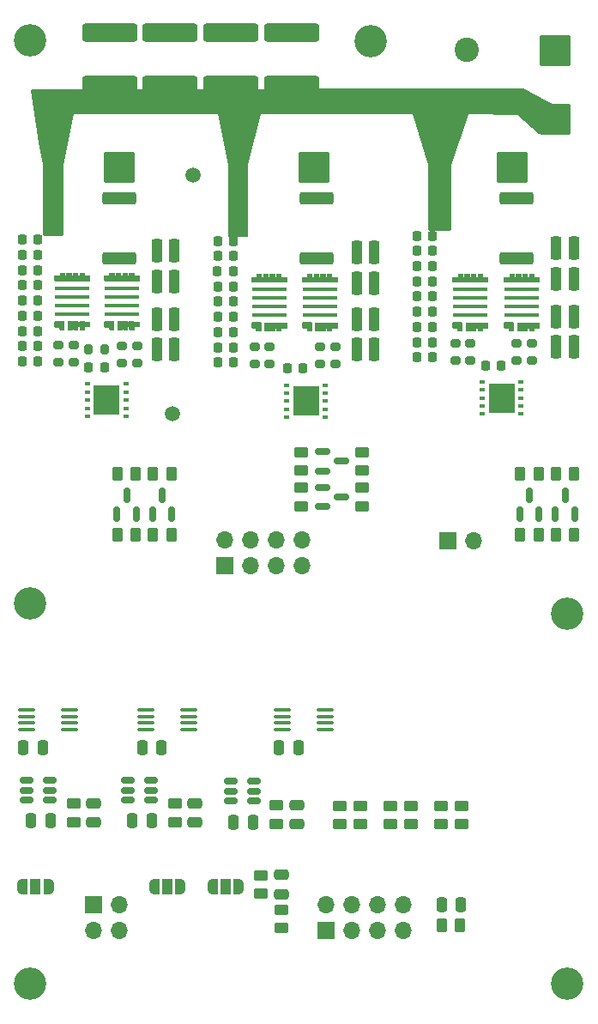
<source format=gts>
G04 #@! TF.GenerationSoftware,KiCad,Pcbnew,(6.0.7-1)-1*
G04 #@! TF.CreationDate,2023-01-06T15:11:33+01:00*
G04 #@! TF.ProjectId,ESC-power-epc,4553432d-706f-4776-9572-2d6570632e6b,rev?*
G04 #@! TF.SameCoordinates,Original*
G04 #@! TF.FileFunction,Soldermask,Top*
G04 #@! TF.FilePolarity,Negative*
%FSLAX46Y46*%
G04 Gerber Fmt 4.6, Leading zero omitted, Abs format (unit mm)*
G04 Created by KiCad (PCBNEW (6.0.7-1)-1) date 2023-01-06 15:11:33*
%MOMM*%
%LPD*%
G01*
G04 APERTURE LIST*
G04 Aperture macros list*
%AMRoundRect*
0 Rectangle with rounded corners*
0 $1 Rounding radius*
0 $2 $3 $4 $5 $6 $7 $8 $9 X,Y pos of 4 corners*
0 Add a 4 corners polygon primitive as box body*
4,1,4,$2,$3,$4,$5,$6,$7,$8,$9,$2,$3,0*
0 Add four circle primitives for the rounded corners*
1,1,$1+$1,$2,$3*
1,1,$1+$1,$4,$5*
1,1,$1+$1,$6,$7*
1,1,$1+$1,$8,$9*
0 Add four rect primitives between the rounded corners*
20,1,$1+$1,$2,$3,$4,$5,0*
20,1,$1+$1,$4,$5,$6,$7,0*
20,1,$1+$1,$6,$7,$8,$9,0*
20,1,$1+$1,$8,$9,$2,$3,0*%
%AMFreePoly0*
4,1,22,0.550000,-0.750000,0.000000,-0.750000,0.000000,-0.745033,-0.079941,-0.743568,-0.215256,-0.701293,-0.333266,-0.622738,-0.424486,-0.514219,-0.481581,-0.384460,-0.499164,-0.250000,-0.500000,-0.250000,-0.500000,0.250000,-0.499164,0.250000,-0.499963,0.256109,-0.478152,0.396186,-0.417904,0.524511,-0.324060,0.630769,-0.204165,0.706417,-0.067858,0.745374,0.000000,0.744959,0.000000,0.750000,
0.550000,0.750000,0.550000,-0.750000,0.550000,-0.750000,$1*%
%AMFreePoly1*
4,1,20,0.000000,0.744959,0.073905,0.744508,0.209726,0.703889,0.328688,0.626782,0.421226,0.519385,0.479903,0.390333,0.500000,0.250000,0.500000,-0.250000,0.499851,-0.262216,0.476331,-0.402017,0.414519,-0.529596,0.319384,-0.634700,0.198574,-0.708877,0.061801,-0.746166,0.000000,-0.745033,0.000000,-0.750000,-0.550000,-0.750000,-0.550000,0.750000,0.000000,0.750000,0.000000,0.744959,
0.000000,0.744959,$1*%
G04 Aperture macros list end*
%ADD10C,0.100000*%
%ADD11R,2.400000X2.400000*%
%ADD12C,2.400000*%
%ADD13C,1.500000*%
%ADD14RoundRect,0.250000X2.450000X-0.650000X2.450000X0.650000X-2.450000X0.650000X-2.450000X-0.650000X0*%
%ADD15RoundRect,0.250000X-0.262500X-0.450000X0.262500X-0.450000X0.262500X0.450000X-0.262500X0.450000X0*%
%ADD16RoundRect,0.150000X0.150000X-0.587500X0.150000X0.587500X-0.150000X0.587500X-0.150000X-0.587500X0*%
%ADD17RoundRect,0.150000X0.512500X0.150000X-0.512500X0.150000X-0.512500X-0.150000X0.512500X-0.150000X0*%
%ADD18RoundRect,0.249999X-1.300001X-1.300001X1.300001X-1.300001X1.300001X1.300001X-1.300001X1.300001X0*%
%ADD19RoundRect,0.225000X0.225000X0.250000X-0.225000X0.250000X-0.225000X-0.250000X0.225000X-0.250000X0*%
%ADD20RoundRect,0.200000X0.275000X-0.200000X0.275000X0.200000X-0.275000X0.200000X-0.275000X-0.200000X0*%
%ADD21C,3.200000*%
%ADD22RoundRect,0.250000X-0.450000X0.262500X-0.450000X-0.262500X0.450000X-0.262500X0.450000X0.262500X0*%
%ADD23FreePoly0,180.000000*%
%ADD24R,1.000000X1.500000*%
%ADD25FreePoly1,180.000000*%
%ADD26RoundRect,0.250000X0.262500X0.450000X-0.262500X0.450000X-0.262500X-0.450000X0.262500X-0.450000X0*%
%ADD27RoundRect,0.150000X-0.587500X-0.150000X0.587500X-0.150000X0.587500X0.150000X-0.587500X0.150000X0*%
%ADD28RoundRect,0.250000X-1.425000X0.362500X-1.425000X-0.362500X1.425000X-0.362500X1.425000X0.362500X0*%
%ADD29RoundRect,0.100000X-0.712500X-0.100000X0.712500X-0.100000X0.712500X0.100000X-0.712500X0.100000X0*%
%ADD30RoundRect,0.250000X0.250000X0.475000X-0.250000X0.475000X-0.250000X-0.475000X0.250000X-0.475000X0*%
%ADD31RoundRect,0.080000X0.407500X0.220000X-0.407500X0.220000X-0.407500X-0.220000X0.407500X-0.220000X0*%
%ADD32RoundRect,0.064000X0.176000X-0.386000X0.176000X0.386000X-0.176000X0.386000X-0.176000X-0.386000X0*%
%ADD33RoundRect,0.078667X1.030083X0.216333X-1.030083X0.216333X-1.030083X-0.216333X1.030083X-0.216333X0*%
%ADD34R,2.108200X0.482600*%
%ADD35R,3.403600X0.381000*%
%ADD36RoundRect,0.064000X0.176000X-0.371000X0.176000X0.371000X-0.176000X0.371000X-0.176000X-0.371000X0*%
%ADD37RoundRect,0.078667X1.675708X0.216333X-1.675708X0.216333X-1.675708X-0.216333X1.675708X-0.216333X0*%
%ADD38FreePoly0,0.000000*%
%ADD39FreePoly1,0.000000*%
%ADD40R,0.609600X0.304800*%
%ADD41R,2.590800X2.997200*%
%ADD42R,1.700000X1.700000*%
%ADD43O,1.700000X1.700000*%
%ADD44RoundRect,0.250000X0.475000X-0.250000X0.475000X0.250000X-0.475000X0.250000X-0.475000X-0.250000X0*%
%ADD45RoundRect,0.250000X0.450000X-0.262500X0.450000X0.262500X-0.450000X0.262500X-0.450000X-0.262500X0*%
%ADD46RoundRect,0.275000X-0.275000X-0.875000X0.275000X-0.875000X0.275000X0.875000X-0.275000X0.875000X0*%
%ADD47RoundRect,0.250000X-0.250000X-0.475000X0.250000X-0.475000X0.250000X0.475000X-0.250000X0.475000X0*%
%ADD48RoundRect,0.225000X-0.225000X-0.250000X0.225000X-0.250000X0.225000X0.250000X-0.225000X0.250000X0*%
%ADD49RoundRect,0.249999X1.300001X1.300001X-1.300001X1.300001X-1.300001X-1.300001X1.300001X-1.300001X0*%
%ADD50RoundRect,0.200000X0.200000X0.275000X-0.200000X0.275000X-0.200000X-0.275000X0.200000X-0.275000X0*%
G04 APERTURE END LIST*
G36*
X75071800Y-71712094D02*
G01*
X74531797Y-71712088D01*
X74531797Y-72016888D01*
X74150797Y-72016888D01*
X74150797Y-71712088D01*
X73881808Y-71712088D01*
X73881808Y-72016888D01*
X73500808Y-72016888D01*
X73500808Y-71712088D01*
X73352788Y-71712088D01*
X73352788Y-72016888D01*
X72971788Y-72016888D01*
X72963600Y-71229494D01*
X75071800Y-71229494D01*
X75071800Y-71712094D01*
G37*
D10*
X75071800Y-71712094D02*
X74531797Y-71712088D01*
X74531797Y-72016888D01*
X74150797Y-72016888D01*
X74150797Y-71712088D01*
X73881808Y-71712088D01*
X73881808Y-72016888D01*
X73500808Y-72016888D01*
X73500808Y-71712088D01*
X73352788Y-71712088D01*
X73352788Y-72016888D01*
X72971788Y-72016888D01*
X72963600Y-71229494D01*
X75071800Y-71229494D01*
X75071800Y-71712094D01*
G36*
X72531798Y-72016888D02*
G01*
X72150798Y-72016888D01*
X72150798Y-71712088D01*
X71668200Y-71712092D01*
X71668200Y-71229492D01*
X72531800Y-71229492D01*
X72531798Y-72016888D01*
G37*
X72531798Y-72016888D02*
X72150798Y-72016888D01*
X72150798Y-71712088D01*
X71668200Y-71712092D01*
X71668200Y-71229492D01*
X72531800Y-71229492D01*
X72531798Y-72016888D01*
G36*
X72581841Y-66737912D02*
G01*
X72850816Y-66737912D01*
X72850816Y-66433112D01*
X73231816Y-66433112D01*
X73231816Y-66737912D01*
X73500808Y-66737912D01*
X73500808Y-66433112D01*
X73881808Y-66433112D01*
X73881808Y-66737912D01*
X74150797Y-66737912D01*
X74150797Y-66433112D01*
X74531797Y-66433112D01*
X74531797Y-66737912D01*
X75071800Y-66737906D01*
X75071800Y-67207806D01*
X71668200Y-67207806D01*
X71668200Y-66737906D01*
X72200841Y-66737912D01*
X72200841Y-66433112D01*
X72581841Y-66433112D01*
X72581841Y-66737912D01*
G37*
X72581841Y-66737912D02*
X72850816Y-66737912D01*
X72850816Y-66433112D01*
X73231816Y-66433112D01*
X73231816Y-66737912D01*
X73500808Y-66737912D01*
X73500808Y-66433112D01*
X73881808Y-66433112D01*
X73881808Y-66737912D01*
X74150797Y-66737912D01*
X74150797Y-66433112D01*
X74531797Y-66433112D01*
X74531797Y-66737912D01*
X75071800Y-66737906D01*
X75071800Y-67207806D01*
X71668200Y-67207806D01*
X71668200Y-66737906D01*
X72200841Y-66737912D01*
X72200841Y-66433112D01*
X72581841Y-66433112D01*
X72581841Y-66737912D01*
G36*
X96961798Y-72116888D02*
G01*
X96580798Y-72116888D01*
X96580798Y-71812088D01*
X96098200Y-71812092D01*
X96098200Y-71329492D01*
X96961800Y-71329492D01*
X96961798Y-72116888D01*
G37*
X96961798Y-72116888D02*
X96580798Y-72116888D01*
X96580798Y-71812088D01*
X96098200Y-71812092D01*
X96098200Y-71329492D01*
X96961800Y-71329492D01*
X96961798Y-72116888D01*
G36*
X97011841Y-66837912D02*
G01*
X97280816Y-66837912D01*
X97280816Y-66533112D01*
X97661816Y-66533112D01*
X97661816Y-66837912D01*
X97930808Y-66837912D01*
X97930808Y-66533112D01*
X98311808Y-66533112D01*
X98311808Y-66837912D01*
X98580797Y-66837912D01*
X98580797Y-66533112D01*
X98961797Y-66533112D01*
X98961797Y-66837912D01*
X99501800Y-66837906D01*
X99501800Y-67307806D01*
X96098200Y-67307806D01*
X96098200Y-66837906D01*
X96630841Y-66837912D01*
X96630841Y-66533112D01*
X97011841Y-66533112D01*
X97011841Y-66837912D01*
G37*
X97011841Y-66837912D02*
X97280816Y-66837912D01*
X97280816Y-66533112D01*
X97661816Y-66533112D01*
X97661816Y-66837912D01*
X97930808Y-66837912D01*
X97930808Y-66533112D01*
X98311808Y-66533112D01*
X98311808Y-66837912D01*
X98580797Y-66837912D01*
X98580797Y-66533112D01*
X98961797Y-66533112D01*
X98961797Y-66837912D01*
X99501800Y-66837906D01*
X99501800Y-67307806D01*
X96098200Y-67307806D01*
X96098200Y-66837906D01*
X96630841Y-66837912D01*
X96630841Y-66533112D01*
X97011841Y-66533112D01*
X97011841Y-66837912D01*
G36*
X99501800Y-71812094D02*
G01*
X98961797Y-71812088D01*
X98961797Y-72116888D01*
X98580797Y-72116888D01*
X98580797Y-71812088D01*
X98311808Y-71812088D01*
X98311808Y-72116888D01*
X97930808Y-72116888D01*
X97930808Y-71812088D01*
X97782788Y-71812088D01*
X97782788Y-72116888D01*
X97401788Y-72116888D01*
X97393600Y-71329494D01*
X99501800Y-71329494D01*
X99501800Y-71812094D01*
G37*
X99501800Y-71812094D02*
X98961797Y-71812088D01*
X98961797Y-72116888D01*
X98580797Y-72116888D01*
X98580797Y-71812088D01*
X98311808Y-71812088D01*
X98311808Y-72116888D01*
X97930808Y-72116888D01*
X97930808Y-71812088D01*
X97782788Y-71812088D01*
X97782788Y-72116888D01*
X97401788Y-72116888D01*
X97393600Y-71329494D01*
X99501800Y-71329494D01*
X99501800Y-71812094D01*
G36*
X94501800Y-71812094D02*
G01*
X93961797Y-71812088D01*
X93961797Y-72116888D01*
X93580797Y-72116888D01*
X93580797Y-71812088D01*
X93311808Y-71812088D01*
X93311808Y-72116888D01*
X92930808Y-72116888D01*
X92930808Y-71812088D01*
X92782788Y-71812088D01*
X92782788Y-72116888D01*
X92401788Y-72116888D01*
X92393600Y-71329494D01*
X94501800Y-71329494D01*
X94501800Y-71812094D01*
G37*
X94501800Y-71812094D02*
X93961797Y-71812088D01*
X93961797Y-72116888D01*
X93580797Y-72116888D01*
X93580797Y-71812088D01*
X93311808Y-71812088D01*
X93311808Y-72116888D01*
X92930808Y-72116888D01*
X92930808Y-71812088D01*
X92782788Y-71812088D01*
X92782788Y-72116888D01*
X92401788Y-72116888D01*
X92393600Y-71329494D01*
X94501800Y-71329494D01*
X94501800Y-71812094D01*
G36*
X92011841Y-66837912D02*
G01*
X92280816Y-66837912D01*
X92280816Y-66533112D01*
X92661816Y-66533112D01*
X92661816Y-66837912D01*
X92930808Y-66837912D01*
X92930808Y-66533112D01*
X93311808Y-66533112D01*
X93311808Y-66837912D01*
X93580797Y-66837912D01*
X93580797Y-66533112D01*
X93961797Y-66533112D01*
X93961797Y-66837912D01*
X94501800Y-66837906D01*
X94501800Y-67307806D01*
X91098200Y-67307806D01*
X91098200Y-66837906D01*
X91630841Y-66837912D01*
X91630841Y-66533112D01*
X92011841Y-66533112D01*
X92011841Y-66837912D01*
G37*
X92011841Y-66837912D02*
X92280816Y-66837912D01*
X92280816Y-66533112D01*
X92661816Y-66533112D01*
X92661816Y-66837912D01*
X92930808Y-66837912D01*
X92930808Y-66533112D01*
X93311808Y-66533112D01*
X93311808Y-66837912D01*
X93580797Y-66837912D01*
X93580797Y-66533112D01*
X93961797Y-66533112D01*
X93961797Y-66837912D01*
X94501800Y-66837906D01*
X94501800Y-67307806D01*
X91098200Y-67307806D01*
X91098200Y-66837906D01*
X91630841Y-66837912D01*
X91630841Y-66533112D01*
X92011841Y-66533112D01*
X92011841Y-66837912D01*
G36*
X91961798Y-72116888D02*
G01*
X91580798Y-72116888D01*
X91580798Y-71812088D01*
X91098200Y-71812092D01*
X91098200Y-71329492D01*
X91961800Y-71329492D01*
X91961798Y-72116888D01*
G37*
X91961798Y-72116888D02*
X91580798Y-72116888D01*
X91580798Y-71812088D01*
X91098200Y-71812092D01*
X91098200Y-71329492D01*
X91961800Y-71329492D01*
X91961798Y-72116888D01*
G36*
X77481841Y-66737912D02*
G01*
X77750816Y-66737912D01*
X77750816Y-66433112D01*
X78131816Y-66433112D01*
X78131816Y-66737912D01*
X78400808Y-66737912D01*
X78400808Y-66433112D01*
X78781808Y-66433112D01*
X78781808Y-66737912D01*
X79050797Y-66737912D01*
X79050797Y-66433112D01*
X79431797Y-66433112D01*
X79431797Y-66737912D01*
X79971800Y-66737906D01*
X79971800Y-67207806D01*
X76568200Y-67207806D01*
X76568200Y-66737906D01*
X77100841Y-66737912D01*
X77100841Y-66433112D01*
X77481841Y-66433112D01*
X77481841Y-66737912D01*
G37*
X77481841Y-66737912D02*
X77750816Y-66737912D01*
X77750816Y-66433112D01*
X78131816Y-66433112D01*
X78131816Y-66737912D01*
X78400808Y-66737912D01*
X78400808Y-66433112D01*
X78781808Y-66433112D01*
X78781808Y-66737912D01*
X79050797Y-66737912D01*
X79050797Y-66433112D01*
X79431797Y-66433112D01*
X79431797Y-66737912D01*
X79971800Y-66737906D01*
X79971800Y-67207806D01*
X76568200Y-67207806D01*
X76568200Y-66737906D01*
X77100841Y-66737912D01*
X77100841Y-66433112D01*
X77481841Y-66433112D01*
X77481841Y-66737912D01*
G36*
X77431798Y-72016888D02*
G01*
X77050798Y-72016888D01*
X77050798Y-71712088D01*
X76568200Y-71712092D01*
X76568200Y-71229492D01*
X77431800Y-71229492D01*
X77431798Y-72016888D01*
G37*
X77431798Y-72016888D02*
X77050798Y-72016888D01*
X77050798Y-71712088D01*
X76568200Y-71712092D01*
X76568200Y-71229492D01*
X77431800Y-71229492D01*
X77431798Y-72016888D01*
G36*
X79971800Y-71712094D02*
G01*
X79431797Y-71712088D01*
X79431797Y-72016888D01*
X79050797Y-72016888D01*
X79050797Y-71712088D01*
X78781808Y-71712088D01*
X78781808Y-72016888D01*
X78400808Y-72016888D01*
X78400808Y-71712088D01*
X78252788Y-71712088D01*
X78252788Y-72016888D01*
X77871788Y-72016888D01*
X77863600Y-71229494D01*
X79971800Y-71229494D01*
X79971800Y-71712094D01*
G37*
X79971800Y-71712094D02*
X79431797Y-71712088D01*
X79431797Y-72016888D01*
X79050797Y-72016888D01*
X79050797Y-71712088D01*
X78781808Y-71712088D01*
X78781808Y-72016888D01*
X78400808Y-72016888D01*
X78400808Y-71712088D01*
X78252788Y-71712088D01*
X78252788Y-72016888D01*
X77871788Y-72016888D01*
X77863600Y-71229494D01*
X79971800Y-71229494D01*
X79971800Y-71712094D01*
G36*
X116961841Y-66837912D02*
G01*
X117230816Y-66837912D01*
X117230816Y-66533112D01*
X117611816Y-66533112D01*
X117611816Y-66837912D01*
X117880808Y-66837912D01*
X117880808Y-66533112D01*
X118261808Y-66533112D01*
X118261808Y-66837912D01*
X118530797Y-66837912D01*
X118530797Y-66533112D01*
X118911797Y-66533112D01*
X118911797Y-66837912D01*
X119451800Y-66837906D01*
X119451800Y-67307806D01*
X116048200Y-67307806D01*
X116048200Y-66837906D01*
X116580841Y-66837912D01*
X116580841Y-66533112D01*
X116961841Y-66533112D01*
X116961841Y-66837912D01*
G37*
X116961841Y-66837912D02*
X117230816Y-66837912D01*
X117230816Y-66533112D01*
X117611816Y-66533112D01*
X117611816Y-66837912D01*
X117880808Y-66837912D01*
X117880808Y-66533112D01*
X118261808Y-66533112D01*
X118261808Y-66837912D01*
X118530797Y-66837912D01*
X118530797Y-66533112D01*
X118911797Y-66533112D01*
X118911797Y-66837912D01*
X119451800Y-66837906D01*
X119451800Y-67307806D01*
X116048200Y-67307806D01*
X116048200Y-66837906D01*
X116580841Y-66837912D01*
X116580841Y-66533112D01*
X116961841Y-66533112D01*
X116961841Y-66837912D01*
G36*
X116911798Y-72116888D02*
G01*
X116530798Y-72116888D01*
X116530798Y-71812088D01*
X116048200Y-71812092D01*
X116048200Y-71329492D01*
X116911800Y-71329492D01*
X116911798Y-72116888D01*
G37*
X116911798Y-72116888D02*
X116530798Y-72116888D01*
X116530798Y-71812088D01*
X116048200Y-71812092D01*
X116048200Y-71329492D01*
X116911800Y-71329492D01*
X116911798Y-72116888D01*
G36*
X119451800Y-71812094D02*
G01*
X118911797Y-71812088D01*
X118911797Y-72116888D01*
X118530797Y-72116888D01*
X118530797Y-71812088D01*
X118261808Y-71812088D01*
X118261808Y-72116888D01*
X117880808Y-72116888D01*
X117880808Y-71812088D01*
X117732788Y-71812088D01*
X117732788Y-72116888D01*
X117351788Y-72116888D01*
X117343600Y-71329494D01*
X119451800Y-71329494D01*
X119451800Y-71812094D01*
G37*
X119451800Y-71812094D02*
X118911797Y-71812088D01*
X118911797Y-72116888D01*
X118530797Y-72116888D01*
X118530797Y-71812088D01*
X118261808Y-71812088D01*
X118261808Y-72116888D01*
X117880808Y-72116888D01*
X117880808Y-71812088D01*
X117732788Y-71812088D01*
X117732788Y-72116888D01*
X117351788Y-72116888D01*
X117343600Y-71329494D01*
X119451800Y-71329494D01*
X119451800Y-71812094D01*
G36*
X111881841Y-66837912D02*
G01*
X112150816Y-66837912D01*
X112150816Y-66533112D01*
X112531816Y-66533112D01*
X112531816Y-66837912D01*
X112800808Y-66837912D01*
X112800808Y-66533112D01*
X113181808Y-66533112D01*
X113181808Y-66837912D01*
X113450797Y-66837912D01*
X113450797Y-66533112D01*
X113831797Y-66533112D01*
X113831797Y-66837912D01*
X114371800Y-66837906D01*
X114371800Y-67307806D01*
X110968200Y-67307806D01*
X110968200Y-66837906D01*
X111500841Y-66837912D01*
X111500841Y-66533112D01*
X111881841Y-66533112D01*
X111881841Y-66837912D01*
G37*
X111881841Y-66837912D02*
X112150816Y-66837912D01*
X112150816Y-66533112D01*
X112531816Y-66533112D01*
X112531816Y-66837912D01*
X112800808Y-66837912D01*
X112800808Y-66533112D01*
X113181808Y-66533112D01*
X113181808Y-66837912D01*
X113450797Y-66837912D01*
X113450797Y-66533112D01*
X113831797Y-66533112D01*
X113831797Y-66837912D01*
X114371800Y-66837906D01*
X114371800Y-67307806D01*
X110968200Y-67307806D01*
X110968200Y-66837906D01*
X111500841Y-66837912D01*
X111500841Y-66533112D01*
X111881841Y-66533112D01*
X111881841Y-66837912D01*
G36*
X111831798Y-72116888D02*
G01*
X111450798Y-72116888D01*
X111450798Y-71812088D01*
X110968200Y-71812092D01*
X110968200Y-71329492D01*
X111831800Y-71329492D01*
X111831798Y-72116888D01*
G37*
X111831798Y-72116888D02*
X111450798Y-72116888D01*
X111450798Y-71812088D01*
X110968200Y-71812092D01*
X110968200Y-71329492D01*
X111831800Y-71329492D01*
X111831798Y-72116888D01*
G36*
X114371800Y-71812094D02*
G01*
X113831797Y-71812088D01*
X113831797Y-72116888D01*
X113450797Y-72116888D01*
X113450797Y-71812088D01*
X113181808Y-71812088D01*
X113181808Y-72116888D01*
X112800808Y-72116888D01*
X112800808Y-71812088D01*
X112652788Y-71812088D01*
X112652788Y-72116888D01*
X112271788Y-72116888D01*
X112263600Y-71329494D01*
X114371800Y-71329494D01*
X114371800Y-71812094D01*
G37*
X114371800Y-71812094D02*
X113831797Y-71812088D01*
X113831797Y-72116888D01*
X113450797Y-72116888D01*
X113450797Y-71812088D01*
X113181808Y-71812088D01*
X113181808Y-72116888D01*
X112800808Y-72116888D01*
X112800808Y-71812088D01*
X112652788Y-71812088D01*
X112652788Y-72116888D01*
X112271788Y-72116888D01*
X112263600Y-71329494D01*
X114371800Y-71329494D01*
X114371800Y-71812094D01*
D11*
X112300000Y-49373959D03*
D12*
X112300000Y-44373959D03*
D13*
X83300000Y-80300000D03*
X85300000Y-56800000D03*
D14*
X95050000Y-42750000D03*
X95050000Y-47850000D03*
X89050000Y-42750000D03*
X89050000Y-47850000D03*
X83050000Y-42750000D03*
X83050000Y-47850000D03*
X77050000Y-42750000D03*
X77050000Y-47850000D03*
D15*
X81337500Y-86250000D03*
X83162500Y-86250000D03*
D16*
X77800000Y-90187500D03*
X79700000Y-90187500D03*
X78750000Y-88312500D03*
D17*
X81137500Y-118400000D03*
X81137500Y-117450000D03*
X81137500Y-116500000D03*
X78862500Y-116500000D03*
X78862500Y-117450000D03*
X78862500Y-118400000D03*
D18*
X97250000Y-56000000D03*
D19*
X108945000Y-64250000D03*
X107395000Y-64250000D03*
D20*
X92850000Y-75374999D03*
X92850000Y-73724999D03*
D21*
X69250000Y-43500000D03*
D22*
X93500000Y-118925000D03*
X93500000Y-120750000D03*
D19*
X69995000Y-67650000D03*
X68445000Y-67650000D03*
D23*
X84050000Y-127000000D03*
D24*
X82750000Y-127000000D03*
D25*
X81450000Y-127000000D03*
D22*
X101775000Y-118987500D03*
X101775000Y-120812500D03*
D26*
X119412500Y-86250000D03*
X117587500Y-86250000D03*
D19*
X69995000Y-73650000D03*
X68445000Y-73650000D03*
D20*
X79770000Y-75274999D03*
X79770000Y-73624999D03*
D19*
X108945000Y-67250000D03*
X107395000Y-67250000D03*
X69995000Y-70650000D03*
X68445000Y-70650000D03*
D20*
X73520000Y-75225000D03*
X73520000Y-73575000D03*
D27*
X98062500Y-84050000D03*
X98062500Y-85950000D03*
X99937500Y-85000000D03*
D19*
X89275000Y-72250000D03*
X87725000Y-72250000D03*
D20*
X78270000Y-75274999D03*
X78270000Y-73624999D03*
D28*
X117250000Y-59037500D03*
X117250000Y-64962500D03*
D22*
X83500000Y-118787500D03*
X83500000Y-120612500D03*
D16*
X81300000Y-90187500D03*
X83200000Y-90187500D03*
X82250000Y-88312500D03*
D22*
X104775000Y-118987500D03*
X104775000Y-120812500D03*
D23*
X89800000Y-127000000D03*
D24*
X88500000Y-127000000D03*
D25*
X87200000Y-127000000D03*
D29*
X80637500Y-109525000D03*
X80637500Y-110175000D03*
X80637500Y-110825000D03*
X80637500Y-111475000D03*
X84862500Y-111475000D03*
X84862500Y-110825000D03*
X84862500Y-110175000D03*
X84862500Y-109525000D03*
D22*
X106775000Y-118987500D03*
X106775000Y-120812500D03*
D18*
X116750000Y-56000000D03*
D19*
X69995000Y-66150000D03*
X68445000Y-66150000D03*
D28*
X78000000Y-59037500D03*
X78000000Y-64962500D03*
D30*
X70450000Y-113250000D03*
X68550000Y-113250000D03*
D19*
X108945000Y-62750000D03*
X107395000Y-62750000D03*
D31*
X72097500Y-71475000D03*
D32*
X72340000Y-71625000D03*
X73160000Y-71625000D03*
X73690000Y-71625000D03*
D33*
X74018750Y-71470000D03*
D32*
X74340000Y-71625000D03*
D34*
X74017700Y-71470794D03*
D35*
X73370000Y-70500001D03*
X73370000Y-69650000D03*
X73370000Y-68800000D03*
X73370000Y-67949999D03*
D36*
X73040000Y-66815000D03*
X74340000Y-66820000D03*
D37*
X73374375Y-66965000D03*
D36*
X73690000Y-66815000D03*
X72390000Y-66815000D03*
D38*
X68450000Y-127000000D03*
D24*
X69750000Y-127000000D03*
D39*
X71050000Y-127000000D03*
D21*
X122250000Y-100000000D03*
D19*
X108945000Y-68750000D03*
X107395000Y-68750000D03*
D40*
X74865000Y-77375001D03*
X74865000Y-78175002D03*
X74865000Y-78975000D03*
X74865000Y-79775001D03*
X74865000Y-80574999D03*
X78675000Y-80574999D03*
X78675000Y-79774998D03*
X78675000Y-78975000D03*
X78675000Y-78174999D03*
X78675000Y-77375001D03*
D41*
X76770000Y-78975000D03*
D19*
X69995000Y-63150000D03*
X68445000Y-63150000D03*
D29*
X68887500Y-109525000D03*
X68887500Y-110175000D03*
X68887500Y-110825000D03*
X68887500Y-111475000D03*
X73112500Y-111475000D03*
X73112500Y-110825000D03*
X73112500Y-110175000D03*
X73112500Y-109525000D03*
D21*
X69250000Y-99000000D03*
D42*
X110425000Y-92800000D03*
D43*
X112965000Y-92800000D03*
D15*
X109837500Y-130750000D03*
X111662500Y-130750000D03*
D19*
X108945000Y-74750000D03*
X107395000Y-74750000D03*
D44*
X94000000Y-127700000D03*
X94000000Y-125800000D03*
D19*
X89275000Y-70750000D03*
X87725000Y-70750000D03*
D45*
X102000000Y-89412500D03*
X102000000Y-87587500D03*
D46*
X121150000Y-70700000D03*
X122850000Y-70700000D03*
D32*
X96770000Y-71725000D03*
D31*
X96527500Y-71575000D03*
D33*
X98448750Y-71570000D03*
D32*
X98120000Y-71725000D03*
X98770000Y-71725000D03*
X97590000Y-71725000D03*
D34*
X98447700Y-71570794D03*
D35*
X97800000Y-70600001D03*
X97800000Y-69750000D03*
X97800000Y-68900000D03*
X97800000Y-68049999D03*
D36*
X98770000Y-66920000D03*
D37*
X97804375Y-67065000D03*
D36*
X97470000Y-66915000D03*
X96820000Y-66915000D03*
X98120000Y-66915000D03*
D20*
X72020000Y-75225000D03*
X72020000Y-73575000D03*
D47*
X79300000Y-120450000D03*
X81200000Y-120450000D03*
D21*
X69250000Y-136500000D03*
D19*
X89275000Y-73750000D03*
X87725000Y-73750000D03*
D27*
X98062500Y-87550000D03*
X98062500Y-89450000D03*
X99937500Y-88500000D03*
D45*
X92000000Y-127662500D03*
X92000000Y-125837500D03*
D17*
X91275000Y-118487500D03*
X91275000Y-117537500D03*
X91275000Y-116587500D03*
X89000000Y-116587500D03*
X89000000Y-117537500D03*
X89000000Y-118487500D03*
D46*
X101450000Y-71000000D03*
X103150000Y-71000000D03*
D42*
X98450000Y-131275000D03*
D43*
X98450000Y-128735000D03*
X100990000Y-131275000D03*
X100990000Y-128735000D03*
X103530000Y-131275000D03*
X103530000Y-128735000D03*
X106070000Y-131275000D03*
X106070000Y-128735000D03*
D20*
X111170000Y-75049999D03*
X111170000Y-73399999D03*
D19*
X89275000Y-75250000D03*
X87725000Y-75250000D03*
D20*
X112670000Y-75049999D03*
X112670000Y-73399999D03*
D48*
X74995000Y-75699999D03*
X76545000Y-75699999D03*
D18*
X78000000Y-56000000D03*
D40*
X113845000Y-77150001D03*
X113845000Y-77950002D03*
X113845000Y-78750000D03*
X113845000Y-79550001D03*
X113845000Y-80349999D03*
X117655000Y-80349999D03*
X117655000Y-79549998D03*
X117655000Y-78750000D03*
X117655000Y-77949999D03*
X117655000Y-77150001D03*
D41*
X115750000Y-78750000D03*
D45*
X102000000Y-85912500D03*
X102000000Y-84087500D03*
D46*
X81770000Y-67250000D03*
X83470000Y-67250000D03*
D45*
X94000000Y-131062500D03*
X94000000Y-129237500D03*
D22*
X96000000Y-84087500D03*
X96000000Y-85912500D03*
D44*
X85500000Y-120650000D03*
X85500000Y-118750000D03*
D30*
X82200000Y-113250000D03*
X80300000Y-113250000D03*
D46*
X121150000Y-73700000D03*
X122850000Y-73700000D03*
D32*
X91770000Y-71725000D03*
D31*
X91527500Y-71575000D03*
D32*
X93120000Y-71725000D03*
D33*
X93448750Y-71570000D03*
D34*
X93447700Y-71570794D03*
D32*
X93770000Y-71725000D03*
X92590000Y-71725000D03*
D35*
X92800000Y-70600001D03*
X92800000Y-69750000D03*
X92800000Y-68900000D03*
X92800000Y-68049999D03*
D36*
X92470000Y-66915000D03*
X91820000Y-66915000D03*
X93770000Y-66920000D03*
D37*
X92804375Y-67065000D03*
D36*
X93120000Y-66915000D03*
D16*
X117550000Y-90187500D03*
X119450000Y-90187500D03*
X118500000Y-88312500D03*
D44*
X75500000Y-120650000D03*
X75500000Y-118750000D03*
D46*
X121150000Y-64000000D03*
X122850000Y-64000000D03*
D20*
X91350000Y-75374999D03*
X91350000Y-73724999D03*
D47*
X89300000Y-120587500D03*
X91200000Y-120587500D03*
D22*
X99775000Y-118987500D03*
X99775000Y-120812500D03*
D46*
X101450000Y-64400000D03*
X103150000Y-64400000D03*
D19*
X108945000Y-65750000D03*
X107395000Y-65750000D03*
X89250000Y-66250000D03*
X87700000Y-66250000D03*
D46*
X101450000Y-74000000D03*
X103150000Y-74000000D03*
D15*
X77837500Y-86250000D03*
X79662500Y-86250000D03*
D26*
X122912500Y-86250000D03*
X121087500Y-86250000D03*
D18*
X121050000Y-44500000D03*
D15*
X81337500Y-92250000D03*
X83162500Y-92250000D03*
D32*
X77240000Y-71625000D03*
D31*
X76997500Y-71475000D03*
D32*
X78060000Y-71625000D03*
D33*
X78918750Y-71470000D03*
D32*
X78590000Y-71625000D03*
X79240000Y-71625000D03*
D34*
X78917700Y-71470794D03*
D35*
X78270000Y-70500001D03*
X78270000Y-69650000D03*
X78270000Y-68800000D03*
X78270000Y-67949999D03*
D37*
X78274375Y-66965000D03*
D36*
X78590000Y-66815000D03*
X77940000Y-66815000D03*
X79240000Y-66820000D03*
X77290000Y-66815000D03*
D21*
X122250000Y-136500000D03*
D19*
X108945000Y-70250000D03*
X107395000Y-70250000D03*
D20*
X99350000Y-75374999D03*
X99350000Y-73724999D03*
D19*
X69995000Y-64650000D03*
X68445000Y-64650000D03*
D21*
X102800000Y-43550000D03*
D46*
X81770000Y-74000000D03*
X83470000Y-74000000D03*
D15*
X77837500Y-92250000D03*
X79662500Y-92250000D03*
D19*
X89275000Y-63250000D03*
X87725000Y-63250000D03*
D44*
X95500000Y-120787500D03*
X95500000Y-118887500D03*
D29*
X94137500Y-109525000D03*
X94137500Y-110175000D03*
X94137500Y-110825000D03*
X94137500Y-111475000D03*
X98362500Y-111475000D03*
X98362500Y-110825000D03*
X98362500Y-110175000D03*
X98362500Y-109525000D03*
D20*
X117250000Y-75049999D03*
X117250000Y-73399999D03*
D19*
X69995000Y-69150000D03*
X68445000Y-69150000D03*
X69970000Y-72150000D03*
X68420000Y-72150000D03*
D46*
X101450000Y-67400000D03*
X103150000Y-67400000D03*
D31*
X116477500Y-71575000D03*
D32*
X116720000Y-71725000D03*
X117540000Y-71725000D03*
X118070000Y-71725000D03*
D34*
X118397700Y-71570794D03*
D33*
X118398750Y-71570000D03*
D32*
X118720000Y-71725000D03*
D35*
X117750000Y-70600001D03*
X117750000Y-69750000D03*
X117750000Y-68900000D03*
X117750000Y-68049999D03*
D37*
X117754375Y-67065000D03*
D36*
X117420000Y-66915000D03*
X118070000Y-66915000D03*
X118720000Y-66920000D03*
X116770000Y-66915000D03*
D40*
X94545000Y-77475001D03*
X94545000Y-78275002D03*
X94545000Y-79075000D03*
X94545000Y-79875001D03*
X94545000Y-80674999D03*
X98355000Y-80674999D03*
X98355000Y-79874998D03*
X98355000Y-79075000D03*
X98355000Y-78274999D03*
X98355000Y-77475001D03*
D41*
X96450000Y-79075000D03*
D19*
X69995000Y-75150000D03*
X68445000Y-75150000D03*
D22*
X109775000Y-118987500D03*
X109775000Y-120812500D03*
D15*
X121087500Y-92250000D03*
X122912500Y-92250000D03*
D46*
X81770000Y-71000000D03*
X83470000Y-71000000D03*
D19*
X89275000Y-67750000D03*
X87725000Y-67750000D03*
D17*
X71137500Y-118400000D03*
X71137500Y-117450000D03*
X71137500Y-116500000D03*
X68862500Y-116500000D03*
X68862500Y-117450000D03*
X68862500Y-118400000D03*
D22*
X73500000Y-118787500D03*
X73500000Y-120612500D03*
D49*
X121050000Y-51250000D03*
D42*
X75475000Y-128725000D03*
D43*
X78015000Y-128725000D03*
X75475000Y-131265000D03*
X78015000Y-131265000D03*
D19*
X89275000Y-64750000D03*
X87725000Y-64750000D03*
X108945000Y-71750000D03*
X107395000Y-71750000D03*
D46*
X81770000Y-64250000D03*
X83470000Y-64250000D03*
D48*
X114175000Y-75600000D03*
X115725000Y-75600000D03*
D22*
X96000000Y-87587500D03*
X96000000Y-89412500D03*
D47*
X109820000Y-128770000D03*
X111720000Y-128770000D03*
D48*
X94575000Y-75799999D03*
X96125000Y-75799999D03*
D42*
X88450000Y-95275000D03*
D43*
X88450000Y-92735000D03*
X90990000Y-95275000D03*
X90990000Y-92735000D03*
X93530000Y-95275000D03*
X93530000Y-92735000D03*
X96070000Y-95275000D03*
X96070000Y-92735000D03*
D47*
X69300000Y-120450000D03*
X71200000Y-120450000D03*
D19*
X89275000Y-69250000D03*
X87725000Y-69250000D03*
D46*
X121150000Y-67000000D03*
X122850000Y-67000000D03*
D19*
X108945000Y-73250000D03*
X107395000Y-73250000D03*
D20*
X97850000Y-75374999D03*
X97850000Y-73724999D03*
D15*
X117587500Y-92250000D03*
X119412500Y-92250000D03*
D50*
X76575000Y-74000000D03*
X74925000Y-74000000D03*
D22*
X111775000Y-118987500D03*
X111775000Y-120812500D03*
D28*
X97500000Y-59037500D03*
X97500000Y-64962500D03*
D20*
X118750000Y-75049999D03*
X118750000Y-73399999D03*
D30*
X95700000Y-113250000D03*
X93800000Y-113250000D03*
D16*
X121050000Y-90187500D03*
X122950000Y-90187500D03*
X122000000Y-88312500D03*
D32*
X111640000Y-71725000D03*
D31*
X111397500Y-71575000D03*
D32*
X113640000Y-71725000D03*
X112460000Y-71725000D03*
X112990000Y-71725000D03*
D34*
X113317700Y-71570794D03*
D33*
X113318750Y-71570000D03*
D35*
X112670000Y-70600001D03*
X112670000Y-69750000D03*
X112670000Y-68900000D03*
X112670000Y-68049999D03*
D36*
X112340000Y-66915000D03*
X113640000Y-66920000D03*
X112990000Y-66915000D03*
D37*
X112674375Y-67065000D03*
D36*
X111690000Y-66915000D03*
G36*
X118028266Y-48265418D02*
G01*
X121181669Y-49985456D01*
X121231894Y-50035636D01*
X121247017Y-50105003D01*
X121227635Y-50163717D01*
X119628483Y-52676669D01*
X119575036Y-52723402D01*
X119504808Y-52733819D01*
X119439595Y-52704183D01*
X117313193Y-50858744D01*
X117286964Y-50846741D01*
X112517627Y-50797061D01*
X112502342Y-50801376D01*
X112494986Y-50809689D01*
X110753570Y-55739891D01*
X110750000Y-55760722D01*
X110750000Y-62124000D01*
X110729998Y-62192121D01*
X110676342Y-62238614D01*
X110624000Y-62250000D01*
X108626000Y-62250000D01*
X108557879Y-62229998D01*
X108511386Y-62176342D01*
X108500000Y-62124000D01*
X108500000Y-55759194D01*
X108497358Y-55741193D01*
X107005206Y-50767353D01*
X106996540Y-50754040D01*
X106987554Y-50750000D01*
X92018115Y-50750000D01*
X92002876Y-50754475D01*
X91997261Y-50760954D01*
X90751874Y-55742504D01*
X90750000Y-55757727D01*
X90750000Y-62724000D01*
X90729998Y-62792121D01*
X90676342Y-62838614D01*
X90624000Y-62850000D01*
X88876000Y-62850000D01*
X88807879Y-62829998D01*
X88761386Y-62776342D01*
X88750000Y-62724000D01*
X88750000Y-55756226D01*
X88748779Y-55743895D01*
X87753553Y-50767764D01*
X87746176Y-50753698D01*
X87739666Y-50750000D01*
X73518115Y-50750000D01*
X73502876Y-50754475D01*
X73497973Y-50760133D01*
X72501221Y-55743895D01*
X72500000Y-55756226D01*
X72500000Y-62624000D01*
X72479998Y-62692121D01*
X72426342Y-62738614D01*
X72374000Y-62750000D01*
X70626000Y-62750000D01*
X70557879Y-62729998D01*
X70511386Y-62676342D01*
X70500000Y-62624000D01*
X70500000Y-55756358D01*
X70498726Y-55743771D01*
X70050757Y-53553703D01*
X70049467Y-53546272D01*
X69320524Y-48443670D01*
X69330692Y-48373405D01*
X69377233Y-48319792D01*
X69445129Y-48299851D01*
X117967802Y-48250033D01*
X118028266Y-48265418D01*
G37*
M02*

</source>
